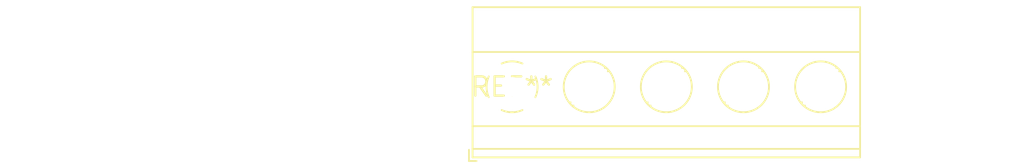
<source format=kicad_pcb>
(kicad_pcb (version 20240108) (generator pcbnew)
  (layers (0 "F.Cu" signal) (31 "B.Cu" signal) (34 "B.Paste" user) (35 "F.Paste" user) (36 "B.SilkS" user "B.Silkscreen") (37 "F.SilkS" user "F.Silkscreen") (38 "B.Mask" user) (39 "F.Mask" user) (44 "Edge.Cuts" user))
  (net 0 "")
  (footprint "TerminalBlock_Phoenix_MKDS-1,5-5-5.08_1x05_P5.08mm_Horizontal" (layer "F.Cu") (at 0 0)
    (property "Reference" "REF**")
    (property "Value" "TerminalBlock_Phoenix_MKDS-1,5-5-5.08_1x05_P5.08mm_Horizontal")
    (fp_line (start -2.84 4.16) (end -2.84 4.9) (layer "F.SilkS") (stroke (width 0.12)))
    (fp_line (start -2.84 4.9) (end -2.34 4.9) (layer "F.SilkS") (stroke (width 0.12)))
    (fp_line (start -2.6 -5.261) (end -2.6 4.66) (layer "F.SilkS") (stroke (width 0.12)))
    (fp_line (start -2.6 -5.261) (end 22.92 -5.261) (layer "F.SilkS") (stroke (width 0.12)))
    (fp_line (start -2.6 -2.301) (end 22.92 -2.301) (layer "F.SilkS") (stroke (width 0.12)))
    (fp_line (start -2.6 2.6) (end 22.92 2.6) (layer "F.SilkS") (stroke (width 0.12)))
    (fp_line (start -2.6 4.1) (end 22.92 4.1) (layer "F.SilkS") (stroke (width 0.12)))
    (fp_line (start -2.6 4.66) (end 22.92 4.66) (layer "F.SilkS") (stroke (width 0.12)))
    (fp_line (start 3.853 1.023) (end 3.806 1.069) (layer "F.SilkS") (stroke (width 0.12)))
    (fp_line (start 4.046 1.239) (end 4.011 1.274) (layer "F.SilkS") (stroke (width 0.12)))
    (fp_line (start 6.15 -1.275) (end 6.115 -1.239) (layer "F.SilkS") (stroke (width 0.12)))
    (fp_line (start 6.355 -1.069) (end 6.308 -1.023) (layer "F.SilkS") (stroke (width 0.12)))
    (fp_line (start 8.933 1.023) (end 8.886 1.069) (layer "F.SilkS") (stroke (width 0.12)))
    (fp_line (start 9.126 1.239) (end 9.091 1.274) (layer "F.SilkS") (stroke (width 0.12)))
    (fp_line (start 11.23 -1.275) (end 11.195 -1.239) (layer "F.SilkS") (stroke (width 0.12)))
    (fp_line (start 11.435 -1.069) (end 11.388 -1.023) (layer "F.SilkS") (stroke (width 0.12)))
    (fp_line (start 14.013 1.023) (end 13.966 1.069) (layer "F.SilkS") (stroke (width 0.12)))
    (fp_line (start 14.206 1.239) (end 14.171 1.274) (layer "F.SilkS") (stroke (width 0.12)))
    (fp_line (start 16.31 -1.275) (end 16.275 -1.239) (layer "F.SilkS") (stroke (width 0.12)))
    (fp_line (start 16.515 -1.069) (end 16.468 -1.023) (layer "F.SilkS") (stroke (width 0.12)))
    (fp_line (start 19.093 1.023) (end 19.046 1.069) (layer "F.SilkS") (stroke (width 0.12)))
    (fp_line (start 19.286 1.239) (end 19.251 1.274) (layer "F.SilkS") (stroke (width 0.12)))
    (fp_line (start 21.39 -1.275) (end 21.355 -1.239) (layer "F.SilkS") (stroke (width 0.12)))
    (fp_line (start 21.595 -1.069) (end 21.548 -1.023) (layer "F.SilkS") (stroke (width 0.12)))
    (fp_line (start 22.92 -5.261) (end 22.92 4.66) (layer "F.SilkS") (stroke (width 0.12)))
    (fp_arc (start -1.535427 0.683042) (mid -1.680501 -0.000524) (end -1.535 -0.684) (layer "F.SilkS") (stroke (width 0.12)))
    (fp_arc (start -0.683042 -1.535427) (mid 0.000524 -1.680501) (end 0.684 -1.535) (layer "F.SilkS") (stroke (width 0.12)))
    (fp_arc (start 0.028805 1.680253) (mid -0.335551 1.646659) (end -0.684 1.535) (layer "F.SilkS") (stroke (width 0.12)))
    (fp_arc (start 0.683318 1.534756) (mid 0.349292 1.643288) (end 0 1.68) (layer "F.SilkS") (stroke (width 0.12)))
    (fp_arc (start 1.535427 -0.683042) (mid 1.680501 0.000524) (end 1.535 0.684) (layer "F.SilkS") (stroke (width 0.12)))
    (fp_circle (center 5.08 0) (end 6.76 0) (layer "F.SilkS") (stroke (width 0.12)) (fill none))
    (fp_circle (center 10.16 0) (end 11.84 0) (layer "F.SilkS") (stroke (width 0.12)) (fill none))
    (fp_circle (center 15.24 0) (end 16.92 0) (layer "F.SilkS") (stroke (width 0.12)) (fill none))
    (fp_circle (center 20.32 0) (end 22 0) (layer "F.SilkS") (stroke (width 0.12)) (fill none))
    (pad "1" thru_hole rect (at 0 0) (size 2.6 2.6) (drill 1.3) (layers *.Cu *.Mask) (remove_unused_layers))
    (pad "2" thru_hole circle (at 5.08 0) (size 2.6 2.6) (drill 1.3) (layers *.Cu *.Mask) (remove_unused_layers))
    (pad "3" thru_hole circle (at 10.16 0) (size 2.6 2.6) (drill 1.3) (layers *.Cu *.Mask) (remove_unused_layers))
    (pad "4" thru_hole circle (at 15.24 0) (size 2.6 2.6) (drill 1.3) (layers *.Cu *.Mask) (remove_unused_layers))
    (pad "5" thru_hole circle (at 20.32 0) (size 2.6 2.6) (drill 1.3) (layers *.Cu *.Mask) (remove_unused_layers))
  )
)
</source>
